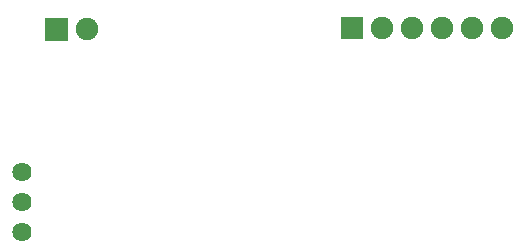
<source format=gbs>
G04 Layer: BottomSolderMaskLayer*
G04 EasyEDA v6.4.31, 2022-02-13 10:25:38*
G04 2d099072909c4d34a2351a6f0d7baa55,7002fc846d7841648ca5f2fac868b397,10*
G04 Gerber Generator version 0.2*
G04 Scale: 100 percent, Rotated: No, Reflected: No *
G04 Dimensions in millimeters *
G04 leading zeros omitted , absolute positions ,4 integer and 5 decimal *
%FSLAX45Y45*%
%MOMM*%

%ADD44C,1.9016*%
%ADD46C,1.6256*%

%LPD*%
D44*
G01*
X5308600Y9118600D03*
G01*
X5054600Y9118600D03*
G01*
X4800600Y9118600D03*
G01*
X4546600Y9118600D03*
G01*
X4292600Y9118600D03*
G36*
X3943604Y9023604D02*
G01*
X3943604Y9213595D01*
X4133595Y9213595D01*
X4133595Y9023604D01*
G37*
G01*
X1790700Y9105900D03*
G36*
X1441704Y9010904D02*
G01*
X1441704Y9200895D01*
X1631695Y9200895D01*
X1631695Y9010904D01*
G37*
D46*
G01*
X1244600Y7645374D03*
G01*
X1244600Y7895386D03*
G01*
X1244600Y7395387D03*
M02*

</source>
